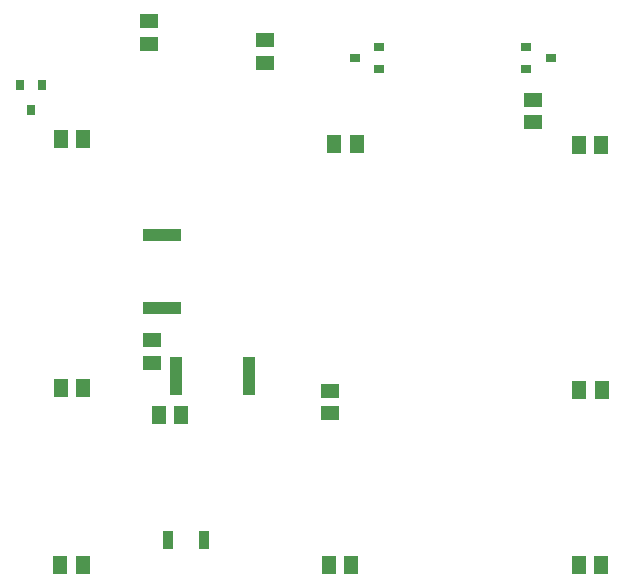
<source format=gbr>
G04 EAGLE Gerber RS-274X export*
G75*
%MOMM*%
%FSLAX34Y34*%
%LPD*%
%INSolderpaste Bottom*%
%IPPOS*%
%AMOC8*
5,1,8,0,0,1.08239X$1,22.5*%
G01*
%ADD10R,1.500000X1.300000*%
%ADD11R,1.300000X1.500000*%
%ADD12R,0.800000X0.900000*%
%ADD13R,0.900000X0.800000*%
%ADD14R,1.000000X3.200000*%
%ADD15R,3.200000X1.000000*%
%ADD16R,0.850000X1.600000*%


D10*
X135800Y270100D03*
X135800Y251100D03*
D11*
X77200Y229400D03*
X58200Y229400D03*
D10*
X286600Y227100D03*
X286600Y208100D03*
D11*
X497400Y227600D03*
X516400Y227600D03*
X76900Y79600D03*
X57900Y79600D03*
X304400Y79600D03*
X285400Y79600D03*
X496900Y79600D03*
X515900Y79600D03*
X141500Y206600D03*
X160500Y206600D03*
D10*
X133200Y521100D03*
X133200Y540100D03*
X231400Y505100D03*
X231400Y524100D03*
X457900Y454600D03*
X457900Y473600D03*
D11*
X58600Y440100D03*
X77600Y440100D03*
X308800Y436100D03*
X289800Y436100D03*
X497000Y435100D03*
X516000Y435100D03*
D12*
X23500Y485900D03*
X42500Y485900D03*
X33000Y464900D03*
D13*
X328200Y518400D03*
X328200Y499400D03*
X307200Y508900D03*
X452400Y499400D03*
X452400Y518400D03*
X473400Y508900D03*
D14*
X156000Y240000D03*
X218000Y240000D03*
D15*
X144000Y359000D03*
X144000Y297000D03*
D16*
X179250Y101000D03*
X148750Y101000D03*
M02*

</source>
